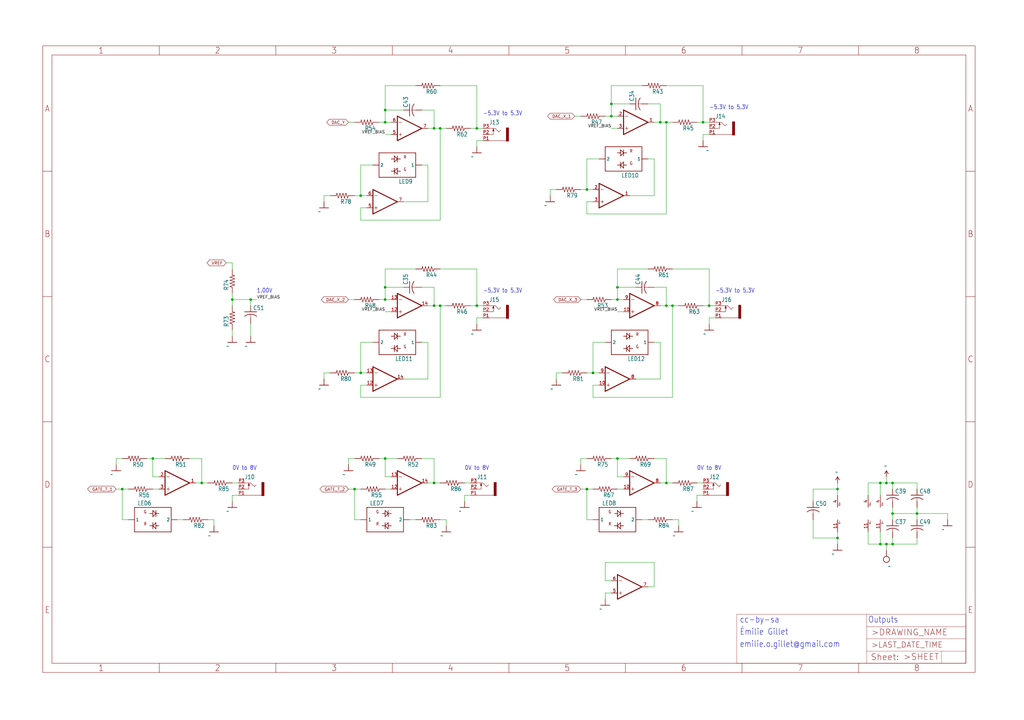
<source format=kicad_sch>
(kicad_sch (version 20211123) (generator eeschema)
  (paper "User" 425.45 299.161)
  (lib_symbols
    (symbol "marbles-eagle-import:A3L-LOC"
      (symbol "A3L-LOC_1_0"
        (polyline (pts (xy 0 52.07) (xy 3.81 52.07)))
        (polyline (pts (xy 0 104.14) (xy 3.81 104.14)))
        (polyline (pts (xy 0 156.21) (xy 3.81 156.21)))
        (polyline (pts (xy 0 208.28) (xy 3.81 208.28)))
        (polyline (pts (xy 3.81 3.81) (xy 3.81 256.54)))
        (polyline (pts (xy 48.4188 0) (xy 48.4188 3.81)))
        (polyline (pts (xy 48.4188 256.54) (xy 48.4188 260.35)))
        (polyline (pts (xy 96.8375 0) (xy 96.8375 3.81)))
        (polyline (pts (xy 96.8375 256.54) (xy 96.8375 260.35)))
        (polyline (pts (xy 145.2563 0) (xy 145.2563 3.81)))
        (polyline (pts (xy 145.2563 256.54) (xy 145.2563 260.35)))
        (polyline (pts (xy 193.675 0) (xy 193.675 3.81)))
        (polyline (pts (xy 193.675 256.54) (xy 193.675 260.35)))
        (polyline (pts (xy 242.0938 0) (xy 242.0938 3.81)))
        (polyline (pts (xy 242.0938 256.54) (xy 242.0938 260.35)))
        (polyline (pts (xy 288.29 3.81) (xy 288.29 24.13)) (stroke (width 0.1016)))
        (polyline (pts (xy 288.29 3.81) (xy 342.265 3.81)) (stroke (width 0.1016)))
        (polyline (pts (xy 288.29 24.13) (xy 342.265 24.13)) (stroke (width 0.1016)))
        (polyline (pts (xy 290.5125 0) (xy 290.5125 3.81)))
        (polyline (pts (xy 290.5125 256.54) (xy 290.5125 260.35)))
        (polyline (pts (xy 338.9313 0) (xy 338.9313 3.81)))
        (polyline (pts (xy 338.9313 256.54) (xy 338.9313 260.35)))
        (polyline (pts (xy 342.265 3.81) (xy 373.38 3.81)) (stroke (width 0.1016)))
        (polyline (pts (xy 342.265 8.89) (xy 342.265 3.81)) (stroke (width 0.1016)))
        (polyline (pts (xy 342.265 8.89) (xy 342.265 13.97)) (stroke (width 0.1016)))
        (polyline (pts (xy 342.265 13.97) (xy 342.265 19.05)) (stroke (width 0.1016)))
        (polyline (pts (xy 342.265 13.97) (xy 383.54 13.97)) (stroke (width 0.1016)))
        (polyline (pts (xy 342.265 19.05) (xy 342.265 24.13)) (stroke (width 0.1016)))
        (polyline (pts (xy 342.265 19.05) (xy 383.54 19.05)) (stroke (width 0.1016)))
        (polyline (pts (xy 342.265 24.13) (xy 383.54 24.13)) (stroke (width 0.1016)))
        (polyline (pts (xy 373.38 3.81) (xy 373.38 8.89)) (stroke (width 0.1016)))
        (polyline (pts (xy 373.38 3.81) (xy 383.54 3.81)) (stroke (width 0.1016)))
        (polyline (pts (xy 373.38 8.89) (xy 342.265 8.89)) (stroke (width 0.1016)))
        (polyline (pts (xy 373.38 8.89) (xy 383.54 8.89)) (stroke (width 0.1016)))
        (polyline (pts (xy 383.54 3.81) (xy 3.81 3.81)))
        (polyline (pts (xy 383.54 3.81) (xy 383.54 8.89)) (stroke (width 0.1016)))
        (polyline (pts (xy 383.54 3.81) (xy 383.54 256.54)))
        (polyline (pts (xy 383.54 8.89) (xy 383.54 13.97)) (stroke (width 0.1016)))
        (polyline (pts (xy 383.54 13.97) (xy 383.54 19.05)) (stroke (width 0.1016)))
        (polyline (pts (xy 383.54 19.05) (xy 383.54 24.13)) (stroke (width 0.1016)))
        (polyline (pts (xy 383.54 52.07) (xy 387.35 52.07)))
        (polyline (pts (xy 383.54 104.14) (xy 387.35 104.14)))
        (polyline (pts (xy 383.54 156.21) (xy 387.35 156.21)))
        (polyline (pts (xy 383.54 208.28) (xy 387.35 208.28)))
        (polyline (pts (xy 383.54 256.54) (xy 3.81 256.54)))
        (polyline (pts (xy 0 0) (xy 387.35 0) (xy 387.35 260.35) (xy 0 260.35) (xy 0 0)))
        (text "1" (at 24.2094 1.905 0) (effects (font (size 2.54 2.286))))
        (text "1" (at 24.2094 258.445 0) (effects (font (size 2.54 2.286))))
        (text "2" (at 72.6281 1.905 0) (effects (font (size 2.54 2.286))))
        (text "2" (at 72.6281 258.445 0) (effects (font (size 2.54 2.286))))
        (text "3" (at 121.0469 1.905 0) (effects (font (size 2.54 2.286))))
        (text "3" (at 121.0469 258.445 0) (effects (font (size 2.54 2.286))))
        (text "4" (at 169.4656 1.905 0) (effects (font (size 2.54 2.286))))
        (text "4" (at 169.4656 258.445 0) (effects (font (size 2.54 2.286))))
        (text "5" (at 217.8844 1.905 0) (effects (font (size 2.54 2.286))))
        (text "5" (at 217.8844 258.445 0) (effects (font (size 2.54 2.286))))
        (text "6" (at 266.3031 1.905 0) (effects (font (size 2.54 2.286))))
        (text "6" (at 266.3031 258.445 0) (effects (font (size 2.54 2.286))))
        (text "7" (at 314.7219 1.905 0) (effects (font (size 2.54 2.286))))
        (text "7" (at 314.7219 258.445 0) (effects (font (size 2.54 2.286))))
        (text "8" (at 363.1406 1.905 0) (effects (font (size 2.54 2.286))))
        (text "8" (at 363.1406 258.445 0) (effects (font (size 2.54 2.286))))
        (text ">DRAWING_NAME" (at 344.17 15.24 0) (effects (font (size 2.54 2.54)) (justify left bottom)))
        (text ">LAST_DATE_TIME" (at 344.17 10.16 0) (effects (font (size 2.286 2.286)) (justify left bottom)))
        (text ">SHEET" (at 357.505 5.08 0) (effects (font (size 2.54 2.54)) (justify left bottom)))
        (text "A" (at 1.905 234.315 0) (effects (font (size 2.54 2.286))))
        (text "A" (at 385.445 234.315 0) (effects (font (size 2.54 2.286))))
        (text "B" (at 1.905 182.245 0) (effects (font (size 2.54 2.286))))
        (text "B" (at 385.445 182.245 0) (effects (font (size 2.54 2.286))))
        (text "C" (at 1.905 130.175 0) (effects (font (size 2.54 2.286))))
        (text "C" (at 385.445 130.175 0) (effects (font (size 2.54 2.286))))
        (text "D" (at 1.905 78.105 0) (effects (font (size 2.54 2.286))))
        (text "D" (at 385.445 78.105 0) (effects (font (size 2.54 2.286))))
        (text "E" (at 1.905 26.035 0) (effects (font (size 2.54 2.286))))
        (text "E" (at 385.445 26.035 0) (effects (font (size 2.54 2.286))))
        (text "Sheet:" (at 343.916 4.953 0) (effects (font (size 2.54 2.54)) (justify left bottom)))
      )
    )
    (symbol "marbles-eagle-import:C-USC0402"
      (property "Reference" "C" (at 1.016 0.635 0))
      (property "Value" "C-USC0402" (at 1.016 -4.191 0))
      (symbol "C-USC0402_1_0"
        (arc (start 0 -1.0161) (mid -1.302 -1.2303) (end -2.4668 -1.8504) (stroke (width 0.254)))
        (polyline (pts (xy -2.54 0) (xy 2.54 0)) (stroke (width 0.254)))
        (polyline (pts (xy 0 -1.016) (xy 0 -2.54)) (stroke (width 0.1524)))
        (arc (start 2.4892 -1.8542) (mid 1.3158 -1.2195) (end 0 -1) (stroke (width 0.254)))
        (pin passive line (at 0 2.54 270) (length 2.54) (name "1") (number "1"))
        (pin passive line (at 0 -5.08 90) (length 2.54) (name "2") (number "2"))
      )
    )
    (symbol "marbles-eagle-import:GND" (power)
      (property "Value" "GND" (at -2.54 -2.54 0))
      (symbol "GND_1_0"
        (polyline (pts (xy -1.905 0) (xy 1.905 0)) (stroke (width 0.254)))
        (pin power_in line (at 0 2.54 270) (length 2.54) (name "GND") (number "1"))
      )
    )
    (symbol "marbles-eagle-import:LED-BICOLOR-SHARED-THROUGHHOLE"
      (property "Value" "LED-BICOLOR-SHARED-THROUGHHOLE" (at -6.35 -7.62 0))
      (symbol "LED-BICOLOR-SHARED-THROUGHHOLE_1_0"
        (polyline (pts (xy -7.62 -5.08) (xy -7.62 5.08)) (stroke (width 0.254)))
        (polyline (pts (xy -7.62 5.08) (xy 7.62 5.08)) (stroke (width 0.254)))
        (polyline (pts (xy 0 -2.54) (xy -1.27 -2.54)) (stroke (width 0.254)))
        (polyline (pts (xy 0 -2.54) (xy 0 -3.81)) (stroke (width 0.254)))
        (polyline (pts (xy 0 -2.54) (xy 1.27 -1.27)) (stroke (width 0.254)))
        (polyline (pts (xy 0 -1.27) (xy 0 -2.54)) (stroke (width 0.254)))
        (polyline (pts (xy 0 1.27) (xy 1.27 2.54)) (stroke (width 0.254)))
        (polyline (pts (xy 0 2.54) (xy -1.27 2.54)) (stroke (width 0.254)))
        (polyline (pts (xy 0 2.54) (xy 0 1.27)) (stroke (width 0.254)))
        (polyline (pts (xy 0 3.81) (xy 0 2.54)) (stroke (width 0.254)))
        (polyline (pts (xy 1.27 -3.81) (xy 0 -2.54)) (stroke (width 0.254)))
        (polyline (pts (xy 1.27 -2.54) (xy 1.27 -3.81)) (stroke (width 0.254)))
        (polyline (pts (xy 1.27 -2.54) (xy 2.54 -2.54)) (stroke (width 0.254)))
        (polyline (pts (xy 1.27 -1.27) (xy 1.27 -2.54)) (stroke (width 0.254)))
        (polyline (pts (xy 1.27 2.54) (xy 0 3.81)) (stroke (width 0.254)))
        (polyline (pts (xy 1.27 2.54) (xy 1.27 1.27)) (stroke (width 0.254)))
        (polyline (pts (xy 1.27 2.54) (xy 2.54 2.54)) (stroke (width 0.254)))
        (polyline (pts (xy 1.27 3.81) (xy 1.27 2.54)) (stroke (width 0.254)))
        (polyline (pts (xy 7.62 -5.08) (xy -7.62 -5.08)) (stroke (width 0.254)))
        (polyline (pts (xy 7.62 5.08) (xy 7.62 -5.08)) (stroke (width 0.254)))
        (text "G" (at -3.81 2.54 0) (effects (font (size 1.27 1.0795)) (justify left bottom)))
        (text "R" (at -3.81 -2.54 0) (effects (font (size 1.27 1.0795)) (justify left bottom)))
        (pin bidirectional line (at -10.16 0 0) (length 2.54) (name "1") (number "1"))
        (pin bidirectional line (at 10.16 0 180) (length 2.54) (name "2") (number "2"))
      )
    )
    (symbol "marbles-eagle-import:PJ301_THONKICONN6"
      (property "Reference" "J" (at -2.54 4.064 0))
      (symbol "PJ301_THONKICONN6_1_0"
        (polyline (pts (xy -2.54 -2.54) (xy 4.572 -2.54)) (stroke (width 0.1524)))
        (polyline (pts (xy -2.54 0) (xy -0.762 0)) (stroke (width 0.1524)))
        (polyline (pts (xy -2.54 2.54) (xy 0 2.54)) (stroke (width 0.1524)))
        (polyline (pts (xy -1.016 1.524) (xy -0.508 1.524)) (stroke (width 0.254)))
        (polyline (pts (xy -0.762 0) (xy -0.762 2.286)) (stroke (width 0.1524)))
        (polyline (pts (xy -0.762 2.286) (xy -1.016 1.524)) (stroke (width 0.254)))
        (polyline (pts (xy -0.508 1.524) (xy -0.762 2.286)) (stroke (width 0.254)))
        (polyline (pts (xy 0 2.54) (xy 1.524 1.016)) (stroke (width 0.1524)))
        (polyline (pts (xy 1.524 1.016) (xy 2.286 1.778)) (stroke (width 0.1524)))
        (rectangle (start 4.572 2.794) (end 5.588 -2.794) (fill (type outline)))
        (pin passive line (at -5.08 -2.54 0) (length 2.54) (name "1") (number "P1"))
        (pin passive line (at -5.08 0 0) (length 2.54) (name "2") (number "P2"))
        (pin passive line (at -5.08 2.54 0) (length 2.54) (name "3") (number "P3"))
      )
    )
    (symbol "marbles-eagle-import:R-US_R0402"
      (property "Reference" "R" (at -3.81 1.4986 0))
      (property "Value" "R-US_R0402" (at -3.81 -3.302 0))
      (symbol "R-US_R0402_1_0"
        (polyline (pts (xy -2.54 0) (xy -2.159 1.016)) (stroke (width 0.2032)))
        (polyline (pts (xy -2.159 1.016) (xy -1.524 -1.016)) (stroke (width 0.2032)))
        (polyline (pts (xy -1.524 -1.016) (xy -0.889 1.016)) (stroke (width 0.2032)))
        (polyline (pts (xy -0.889 1.016) (xy -0.254 -1.016)) (stroke (width 0.2032)))
        (polyline (pts (xy -0.254 -1.016) (xy 0.381 1.016)) (stroke (width 0.2032)))
        (polyline (pts (xy 0.381 1.016) (xy 1.016 -1.016)) (stroke (width 0.2032)))
        (polyline (pts (xy 1.016 -1.016) (xy 1.651 1.016)) (stroke (width 0.2032)))
        (polyline (pts (xy 1.651 1.016) (xy 2.286 -1.016)) (stroke (width 0.2032)))
        (polyline (pts (xy 2.286 -1.016) (xy 2.54 0)) (stroke (width 0.2032)))
        (pin passive line (at -5.08 0 0) (length 2.54) (name "1") (number "1"))
        (pin passive line (at 5.08 0 180) (length 2.54) (name "2") (number "2"))
      )
    )
    (symbol "marbles-eagle-import:R-US_R0603"
      (property "Reference" "R" (at -3.81 1.4986 0))
      (property "Value" "R-US_R0603" (at -3.81 -3.302 0))
      (symbol "R-US_R0603_1_0"
        (polyline (pts (xy -2.54 0) (xy -2.159 1.016)) (stroke (width 0.2032)))
        (polyline (pts (xy -2.159 1.016) (xy -1.524 -1.016)) (stroke (width 0.2032)))
        (polyline (pts (xy -1.524 -1.016) (xy -0.889 1.016)) (stroke (width 0.2032)))
        (polyline (pts (xy -0.889 1.016) (xy -0.254 -1.016)) (stroke (width 0.2032)))
        (polyline (pts (xy -0.254 -1.016) (xy 0.381 1.016)) (stroke (width 0.2032)))
        (polyline (pts (xy 0.381 1.016) (xy 1.016 -1.016)) (stroke (width 0.2032)))
        (polyline (pts (xy 1.016 -1.016) (xy 1.651 1.016)) (stroke (width 0.2032)))
        (polyline (pts (xy 1.651 1.016) (xy 2.286 -1.016)) (stroke (width 0.2032)))
        (polyline (pts (xy 2.286 -1.016) (xy 2.54 0)) (stroke (width 0.2032)))
        (pin passive line (at -5.08 0 0) (length 2.54) (name "1") (number "1"))
        (pin passive line (at 5.08 0 180) (length 2.54) (name "2") (number "2"))
      )
    )
    (symbol "marbles-eagle-import:TL074PW"
      (symbol "TL074PW_1_0"
        (polyline (pts (xy -5.08 -5.08) (xy 5.08 0)) (stroke (width 0.4064)))
        (polyline (pts (xy -5.08 5.08) (xy -5.08 -5.08)) (stroke (width 0.4064)))
        (polyline (pts (xy -4.445 -2.54) (xy -3.175 -2.54)) (stroke (width 0.1524)))
        (polyline (pts (xy -4.445 2.54) (xy -3.175 2.54)) (stroke (width 0.1524)))
        (polyline (pts (xy -3.81 3.175) (xy -3.81 1.905)) (stroke (width 0.1524)))
        (polyline (pts (xy 5.08 0) (xy -5.08 5.08)) (stroke (width 0.4064)))
        (pin output line (at 7.62 0 180) (length 2.54) (name "OUT") (number "1"))
        (pin input line (at -7.62 -2.54 0) (length 2.54) (name "-IN") (number "2"))
        (pin input line (at -7.62 2.54 0) (length 2.54) (name "+IN") (number "3"))
      )
      (symbol "TL074PW_2_0"
        (polyline (pts (xy -5.08 -5.08) (xy 5.08 0)) (stroke (width 0.4064)))
        (polyline (pts (xy -5.08 5.08) (xy -5.08 -5.08)) (stroke (width 0.4064)))
        (polyline (pts (xy -4.445 -2.54) (xy -3.175 -2.54)) (stroke (width 0.1524)))
        (polyline (pts (xy -4.445 2.54) (xy -3.175 2.54)) (stroke (width 0.1524)))
        (polyline (pts (xy -3.81 3.175) (xy -3.81 1.905)) (stroke (width 0.1524)))
        (polyline (pts (xy 5.08 0) (xy -5.08 5.08)) (stroke (width 0.4064)))
        (pin input line (at -7.62 2.54 0) (length 2.54) (name "+IN") (number "5"))
        (pin input line (at -7.62 -2.54 0) (length 2.54) (name "-IN") (number "6"))
        (pin output line (at 7.62 0 180) (length 2.54) (name "OUT") (number "7"))
      )
      (symbol "TL074PW_3_0"
        (polyline (pts (xy -5.08 -5.08) (xy 5.08 0)) (stroke (width 0.4064)))
        (polyline (pts (xy -5.08 5.08) (xy -5.08 -5.08)) (stroke (width 0.4064)))
        (polyline (pts (xy -4.445 -2.54) (xy -3.175 -2.54)) (stroke (width 0.1524)))
        (polyline (pts (xy -4.445 2.54) (xy -3.175 2.54)) (stroke (width 0.1524)))
        (polyline (pts (xy -3.81 3.175) (xy -3.81 1.905)) (stroke (width 0.1524)))
        (polyline (pts (xy 5.08 0) (xy -5.08 5.08)) (stroke (width 0.4064)))
        (pin input line (at -7.62 2.54 0) (length 2.54) (name "+IN") (number "10"))
        (pin output line (at 7.62 0 180) (length 2.54) (name "OUT") (number "8"))
        (pin input line (at -7.62 -2.54 0) (length 2.54) (name "-IN") (number "9"))
      )
      (symbol "TL074PW_4_0"
        (polyline (pts (xy -5.08 -5.08) (xy 5.08 0)) (stroke (width 0.4064)))
        (polyline (pts (xy -5.08 5.08) (xy -5.08 -5.08)) (stroke (width 0.4064)))
        (polyline (pts (xy -4.445 -2.54) (xy -3.175 -2.54)) (stroke (width 0.1524)))
        (polyline (pts (xy -4.445 2.54) (xy -3.175 2.54)) (stroke (width 0.1524)))
        (polyline (pts (xy -3.81 3.175) (xy -3.81 1.905)) (stroke (width 0.1524)))
        (polyline (pts (xy 5.08 0) (xy -5.08 5.08)) (stroke (width 0.4064)))
        (pin input line (at -7.62 2.54 0) (length 2.54) (name "+IN") (number "12"))
        (pin input line (at -7.62 -2.54 0) (length 2.54) (name "-IN") (number "13"))
        (pin output line (at 7.62 0 180) (length 2.54) (name "OUT") (number "14"))
      )
      (symbol "TL074PW_5_0"
        (text "V+" (at 1.27 3.175 900) (effects (font (size 0.8128 0.6908)) (justify left bottom)))
        (text "V-" (at 1.27 -4.445 900) (effects (font (size 0.8128 0.6908)) (justify left bottom)))
        (pin power_in line (at 0 -7.62 90) (length 5.08) (name "V-") (number "11"))
        (pin power_in line (at 0 7.62 270) (length 5.08) (name "V+") (number "4"))
      )
    )
    (symbol "marbles-eagle-import:VCC" (power)
      (property "Value" "VCC" (at -1.016 3.556 0))
      (symbol "VCC_1_0"
        (polyline (pts (xy 0 2.54) (xy -0.762 1.27)) (stroke (width 0.254)))
        (polyline (pts (xy 0.762 1.27) (xy 0 2.54)) (stroke (width 0.254)))
        (pin power_in line (at 0 0 90) (length 2.54) (name "VCC") (number "1"))
      )
    )
    (symbol "marbles-eagle-import:VEE" (power)
      (property "Value" "VEE" (at -1.905 3.175 0))
      (symbol "VEE_1_0"
        (circle (center 0 1.27) (radius 1.27) (stroke (width 0.254)))
        (pin power_in line (at 0 -2.54 90) (length 2.54) (name "VEE") (number "1"))
      )
    )
  )
  (junction (at 276.86 200.66))
  (junction (at 292.1 50.8))
  (junction (at 256.54 119.38))
  (junction (at 160.02 190.5))
  (junction (at 198.12 53.34))
  (junction (at 381 213.36))
  (junction (at 149.86 154.94))
  (junction (at 180.34 53.34))
  (junction (at 147.32 203.2))
  (junction (at 50.8 203.2))
  (junction (at 180.34 127))
  (junction (at 256.54 124.46))
  (junction (at 160.02 50.8))
  (junction (at 274.32 50.8))
  (junction (at 160.02 45.72))
  (junction (at 276.86 127))
  (junction (at 254 43.18))
  (junction (at 347.98 203.2))
  (junction (at 279.4 127))
  (junction (at 368.3 200.66))
  (junction (at 243.84 78.74))
  (junction (at 243.84 203.2))
  (junction (at 370.84 226.06))
  (junction (at 182.88 53.34))
  (junction (at 104.14 124.46))
  (junction (at 96.52 124.46))
  (junction (at 276.86 50.8))
  (junction (at 198.12 127))
  (junction (at 149.86 81.28))
  (junction (at 365.76 226.06))
  (junction (at 365.76 200.66))
  (junction (at 368.3 226.06))
  (junction (at 182.88 127))
  (junction (at 83.82 200.66))
  (junction (at 160.02 124.46))
  (junction (at 370.84 200.66))
  (junction (at 347.98 223.52))
  (junction (at 246.38 154.94))
  (junction (at 254 48.26))
  (junction (at 294.64 127))
  (junction (at 256.54 190.5))
  (junction (at 180.34 200.66))
  (junction (at 370.84 213.36))
  (junction (at 63.5 190.5))
  (junction (at 160.02 119.38))
  (wire (pts (xy 337.82 203.2) (xy 337.82 208.28)))
  (wire (pts (xy 177.8 127) (xy 180.34 127)))
  (wire (pts (xy 147.32 154.94) (xy 149.86 154.94)))
  (wire (pts (xy 160.02 50.8) (xy 160.02 45.72)))
  (wire (pts (xy 160.02 203.2) (xy 162.56 203.2)))
  (wire (pts (xy 162.56 124.46) (xy 160.02 124.46)))
  (wire (pts (xy 66.04 198.12) (xy 63.5 198.12)))
  (wire (pts (xy 175.26 45.72) (xy 180.34 45.72)))
  (wire (pts (xy 200.66 132.08) (xy 198.12 132.08)))
  (wire (pts (xy 160.02 111.76) (xy 172.72 111.76)))
  (wire (pts (xy 368.3 200.66) (xy 368.3 198.12)))
  (wire (pts (xy 134.62 154.94) (xy 134.62 157.48)))
  (wire (pts (xy 63.5 190.5) (xy 60.96 190.5)))
  (wire (pts (xy 149.86 142.24) (xy 149.86 154.94)))
  (wire (pts (xy 269.24 66.04) (xy 271.78 66.04)))
  (wire (pts (xy 180.34 53.34) (xy 182.88 53.34)))
  (wire (pts (xy 147.32 81.28) (xy 149.86 81.28)))
  (wire (pts (xy 347.98 203.2) (xy 347.98 205.74)))
  (wire (pts (xy 180.34 119.38) (xy 180.34 127)))
  (wire (pts (xy 281.94 215.9) (xy 281.94 218.44)))
  (wire (pts (xy 294.64 111.76) (xy 294.64 127)))
  (wire (pts (xy 177.8 53.34) (xy 180.34 53.34)))
  (wire (pts (xy 370.84 210.82) (xy 370.84 213.36)))
  (wire (pts (xy 152.4 160.02) (xy 149.86 160.02)))
  (wire (pts (xy 289.56 205.74) (xy 289.56 208.28)))
  (wire (pts (xy 154.94 68.58) (xy 149.86 68.58)))
  (wire (pts (xy 160.02 190.5) (xy 157.48 190.5)))
  (wire (pts (xy 96.52 121.92) (xy 96.52 124.46)))
  (wire (pts (xy 251.46 142.24) (xy 246.38 142.24)))
  (wire (pts (xy 368.3 226.06) (xy 368.3 228.6)))
  (wire (pts (xy 271.78 50.8) (xy 274.32 50.8)))
  (wire (pts (xy 172.72 35.56) (xy 160.02 35.56)))
  (wire (pts (xy 180.34 45.72) (xy 180.34 53.34)))
  (wire (pts (xy 276.86 119.38) (xy 276.86 127)))
  (wire (pts (xy 198.12 127) (xy 195.58 127)))
  (wire (pts (xy 182.88 53.34) (xy 185.42 53.34)))
  (wire (pts (xy 279.4 127) (xy 279.4 165.1)))
  (wire (pts (xy 292.1 205.74) (xy 289.56 205.74)))
  (wire (pts (xy 381 223.52) (xy 381 226.06)))
  (wire (pts (xy 276.86 127) (xy 279.4 127)))
  (wire (pts (xy 243.84 78.74) (xy 246.38 78.74)))
  (wire (pts (xy 241.3 78.74) (xy 243.84 78.74)))
  (wire (pts (xy 149.86 86.36) (xy 149.86 91.44)))
  (wire (pts (xy 134.62 81.28) (xy 134.62 83.82)))
  (wire (pts (xy 254 124.46) (xy 256.54 124.46)))
  (wire (pts (xy 167.64 119.38) (xy 160.02 119.38)))
  (wire (pts (xy 243.84 124.46) (xy 241.3 124.46)))
  (wire (pts (xy 347.98 203.2) (xy 337.82 203.2)))
  (wire (pts (xy 180.34 200.66) (xy 182.88 200.66)))
  (wire (pts (xy 243.84 203.2) (xy 246.38 203.2)))
  (wire (pts (xy 251.46 241.3) (xy 251.46 233.68)))
  (wire (pts (xy 292.1 35.56) (xy 292.1 50.8)))
  (wire (pts (xy 96.52 124.46) (xy 96.52 127)))
  (wire (pts (xy 246.38 165.1) (xy 279.4 165.1)))
  (wire (pts (xy 144.78 190.5) (xy 144.78 193.04)))
  (wire (pts (xy 160.02 198.12) (xy 160.02 190.5)))
  (wire (pts (xy 254 48.26) (xy 254 43.18)))
  (wire (pts (xy 200.66 58.42) (xy 198.12 58.42)))
  (wire (pts (xy 292.1 55.88) (xy 292.1 58.42)))
  (wire (pts (xy 271.78 233.68) (xy 271.78 243.84)))
  (wire (pts (xy 365.76 200.66) (xy 360.68 200.66)))
  (wire (pts (xy 160.02 119.38) (xy 160.02 111.76)))
  (wire (pts (xy 50.8 203.2) (xy 53.34 203.2)))
  (wire (pts (xy 68.58 190.5) (xy 63.5 190.5)))
  (wire (pts (xy 254 241.3) (xy 251.46 241.3)))
  (wire (pts (xy 195.58 205.74) (xy 193.04 205.74)))
  (wire (pts (xy 360.68 226.06) (xy 365.76 226.06)))
  (wire (pts (xy 53.34 215.9) (xy 50.8 215.9)))
  (wire (pts (xy 147.32 203.2) (xy 144.78 203.2)))
  (wire (pts (xy 231.14 154.94) (xy 231.14 157.48)))
  (wire (pts (xy 198.12 111.76) (xy 198.12 127)))
  (wire (pts (xy 149.86 165.1) (xy 182.88 165.1)))
  (wire (pts (xy 274.32 43.18) (xy 274.32 50.8)))
  (wire (pts (xy 271.78 81.28) (xy 261.62 81.28)))
  (wire (pts (xy 149.86 81.28) (xy 152.4 81.28)))
  (wire (pts (xy 370.84 226.06) (xy 370.84 223.52)))
  (wire (pts (xy 254 246.38) (xy 251.46 246.38)))
  (wire (pts (xy 147.32 124.46) (xy 144.78 124.46)))
  (wire (pts (xy 259.08 203.2) (xy 256.54 203.2)))
  (wire (pts (xy 248.92 160.02) (xy 246.38 160.02)))
  (wire (pts (xy 182.88 35.56) (xy 198.12 35.56)))
  (wire (pts (xy 177.8 83.82) (xy 167.64 83.82)))
  (wire (pts (xy 368.3 200.66) (xy 370.84 200.66)))
  (wire (pts (xy 261.62 190.5) (xy 256.54 190.5)))
  (wire (pts (xy 370.84 213.36) (xy 370.84 215.9)))
  (wire (pts (xy 182.88 127) (xy 185.42 127)))
  (wire (pts (xy 381 200.66) (xy 381 203.2)))
  (wire (pts (xy 381 226.06) (xy 370.84 226.06)))
  (wire (pts (xy 360.68 220.98) (xy 360.68 226.06)))
  (wire (pts (xy 78.74 190.5) (xy 83.82 190.5)))
  (wire (pts (xy 180.34 127) (xy 182.88 127)))
  (wire (pts (xy 96.52 124.46) (xy 104.14 124.46)))
  (wire (pts (xy 182.88 111.76) (xy 198.12 111.76)))
  (wire (pts (xy 271.78 119.38) (xy 276.86 119.38)))
  (wire (pts (xy 271.78 142.24) (xy 274.32 142.24)))
  (wire (pts (xy 198.12 132.08) (xy 198.12 134.62)))
  (wire (pts (xy 289.56 200.66) (xy 292.1 200.66)))
  (wire (pts (xy 160.02 50.8) (xy 157.48 50.8)))
  (wire (pts (xy 157.48 124.46) (xy 160.02 124.46)))
  (wire (pts (xy 251.46 246.38) (xy 251.46 248.92)))
  (wire (pts (xy 149.86 154.94) (xy 152.4 154.94)))
  (wire (pts (xy 182.88 53.34) (xy 182.88 91.44)))
  (wire (pts (xy 243.84 66.04) (xy 243.84 78.74)))
  (wire (pts (xy 256.54 190.5) (xy 254 190.5)))
  (wire (pts (xy 50.8 190.5) (xy 48.26 190.5)))
  (wire (pts (xy 162.56 198.12) (xy 160.02 198.12)))
  (wire (pts (xy 365.76 200.66) (xy 368.3 200.66)))
  (wire (pts (xy 279.4 111.76) (xy 294.64 111.76)))
  (wire (pts (xy 246.38 83.82) (xy 243.84 83.82)))
  (wire (pts (xy 256.54 53.34) (xy 254 53.34)))
  (wire (pts (xy 99.06 205.74) (xy 96.52 205.74)))
  (wire (pts (xy 162.56 50.8) (xy 160.02 50.8)))
  (wire (pts (xy 81.28 200.66) (xy 83.82 200.66)))
  (wire (pts (xy 160.02 45.72) (xy 160.02 35.56)))
  (wire (pts (xy 238.76 48.26) (xy 241.3 48.26)))
  (wire (pts (xy 276.86 50.8) (xy 279.4 50.8)))
  (wire (pts (xy 167.64 45.72) (xy 160.02 45.72)))
  (wire (pts (xy 259.08 129.54) (xy 256.54 129.54)))
  (wire (pts (xy 274.32 142.24) (xy 274.32 157.48)))
  (wire (pts (xy 256.54 119.38) (xy 256.54 111.76)))
  (wire (pts (xy 243.84 190.5) (xy 241.3 190.5)))
  (wire (pts (xy 180.34 190.5) (xy 180.34 200.66)))
  (wire (pts (xy 243.84 154.94) (xy 246.38 154.94)))
  (wire (pts (xy 279.4 127) (xy 281.94 127)))
  (wire (pts (xy 274.32 157.48) (xy 264.16 157.48)))
  (wire (pts (xy 274.32 50.8) (xy 276.86 50.8)))
  (wire (pts (xy 294.64 55.88) (xy 292.1 55.88)))
  (wire (pts (xy 381 215.9) (xy 381 213.36)))
  (wire (pts (xy 381 213.36) (xy 393.7 213.36)))
  (wire (pts (xy 198.12 127) (xy 200.66 127)))
  (wire (pts (xy 147.32 203.2) (xy 149.86 203.2)))
  (wire (pts (xy 137.16 154.94) (xy 134.62 154.94)))
  (wire (pts (xy 337.82 223.52) (xy 347.98 223.52)))
  (wire (pts (xy 365.76 220.98) (xy 365.76 226.06)))
  (wire (pts (xy 365.76 226.06) (xy 368.3 226.06)))
  (wire (pts (xy 50.8 215.9) (xy 50.8 203.2)))
  (wire (pts (xy 381 210.82) (xy 381 213.36)))
  (wire (pts (xy 279.4 215.9) (xy 281.94 215.9)))
  (wire (pts (xy 198.12 53.34) (xy 195.58 53.34)))
  (wire (pts (xy 149.86 160.02) (xy 149.86 165.1)))
  (wire (pts (xy 246.38 154.94) (xy 248.92 154.94)))
  (wire (pts (xy 96.52 109.22) (xy 93.98 109.22)))
  (wire (pts (xy 276.86 200.66) (xy 279.4 200.66)))
  (wire (pts (xy 337.82 215.9) (xy 337.82 223.52)))
  (wire (pts (xy 370.84 200.66) (xy 370.84 203.2)))
  (wire (pts (xy 185.42 215.9) (xy 185.42 218.44)))
  (wire (pts (xy 137.16 81.28) (xy 134.62 81.28)))
  (wire (pts (xy 276.86 190.5) (xy 276.86 200.66)))
  (wire (pts (xy 83.82 200.66) (xy 86.36 200.66)))
  (wire (pts (xy 96.52 137.16) (xy 96.52 139.7)))
  (wire (pts (xy 246.38 215.9) (xy 243.84 215.9)))
  (wire (pts (xy 86.36 215.9) (xy 88.9 215.9)))
  (wire (pts (xy 170.18 215.9) (xy 172.72 215.9)))
  (wire (pts (xy 248.92 66.04) (xy 243.84 66.04)))
  (wire (pts (xy 177.8 68.58) (xy 177.8 83.82)))
  (wire (pts (xy 243.84 203.2) (xy 241.3 203.2)))
  (wire (pts (xy 271.78 243.84) (xy 269.24 243.84)))
  (wire (pts (xy 228.6 78.74) (xy 228.6 81.28)))
  (wire (pts (xy 294.64 127) (xy 297.18 127)))
  (wire (pts (xy 256.54 48.26) (xy 254 48.26)))
  (wire (pts (xy 160.02 124.46) (xy 160.02 119.38)))
  (wire (pts (xy 271.78 66.04) (xy 271.78 81.28)))
  (wire (pts (xy 365.76 205.74) (xy 365.76 200.66)))
  (wire (pts (xy 251.46 233.68) (xy 271.78 233.68)))
  (wire (pts (xy 63.5 198.12) (xy 63.5 190.5)))
  (wire (pts (xy 177.8 142.24) (xy 177.8 157.48)))
  (wire (pts (xy 50.8 203.2) (xy 48.26 203.2)))
  (wire (pts (xy 175.26 142.24) (xy 177.8 142.24)))
  (wire (pts (xy 276.86 50.8) (xy 276.86 88.9)))
  (wire (pts (xy 147.32 50.8) (xy 144.78 50.8)))
  (wire (pts (xy 294.64 132.08) (xy 294.64 134.62)))
  (wire (pts (xy 347.98 200.66) (xy 347.98 203.2)))
  (wire (pts (xy 104.14 124.46) (xy 106.68 124.46)))
  (wire (pts (xy 254 35.56) (xy 266.7 35.56)))
  (wire (pts (xy 256.54 198.12) (xy 256.54 190.5)))
  (wire (pts (xy 261.62 43.18) (xy 254 43.18)))
  (wire (pts (xy 292.1 50.8) (xy 294.64 50.8)))
  (wire (pts (xy 231.14 78.74) (xy 228.6 78.74)))
  (wire (pts (xy 73.66 215.9) (xy 76.2 215.9)))
  (wire (pts (xy 182.88 215.9) (xy 185.42 215.9)))
  (wire (pts (xy 246.38 160.02) (xy 246.38 165.1)))
  (wire (pts (xy 274.32 200.66) (xy 276.86 200.66)))
  (wire (pts (xy 347.98 220.98) (xy 347.98 223.52)))
  (wire (pts (xy 243.84 83.82) (xy 243.84 88.9)))
  (wire (pts (xy 149.86 215.9) (xy 147.32 215.9)))
  (wire (pts (xy 104.14 124.46) (xy 104.14 127)))
  (wire (pts (xy 162.56 129.54) (xy 160.02 129.54)))
  (wire (pts (xy 360.68 200.66) (xy 360.68 205.74)))
  (wire (pts (xy 149.86 68.58) (xy 149.86 81.28)))
  (wire (pts (xy 256.54 111.76) (xy 269.24 111.76)))
  (wire (pts (xy 165.1 190.5) (xy 160.02 190.5)))
  (wire (pts (xy 271.78 190.5) (xy 276.86 190.5)))
  (wire (pts (xy 292.1 50.8) (xy 289.56 50.8)))
  (wire (pts (xy 243.84 88.9) (xy 276.86 88.9)))
  (wire (pts (xy 104.14 134.62) (xy 104.14 139.7)))
  (wire (pts (xy 259.08 124.46) (xy 256.54 124.46)))
  (wire (pts (xy 193.04 200.66) (xy 195.58 200.66)))
  (wire (pts (xy 297.18 132.08) (xy 294.64 132.08)))
  (wire (pts (xy 147.32 215.9) (xy 147.32 203.2)))
  (wire (pts (xy 241.3 190.5) (xy 241.3 193.04)))
  (wire (pts (xy 259.08 198.12) (xy 256.54 198.12)))
  (wire (pts (xy 276.86 35.56) (xy 292.1 35.56)))
  (wire (pts (xy 88.9 215.9) (xy 88.9 218.44)))
  (wire (pts (xy 256.54 124.46) (xy 256.54 119.38)))
  (wire (pts (xy 149.86 91.44) (xy 182.88 91.44)))
  (wire (pts (xy 198.12 35.56) (xy 198.12 53.34)))
  (wire (pts (xy 370.84 200.66) (xy 381 200.66)))
  (wire (pts (xy 175.26 68.58) (xy 177.8 68.58)))
  (wire (pts (xy 154.94 142.24) (xy 149.86 142.24)))
  (wire (pts (xy 175.26 119.38) (xy 180.34 119.38)))
  (wire (pts (xy 254 43.18) (xy 254 35.56)))
  (wire (pts (xy 83.82 190.5) (xy 83.82 200.66)))
  (wire (pts (xy 233.68 154.94) (xy 231.14 154.94)))
  (wire (pts (xy 266.7 215.9) (xy 269.24 215.9)))
  (wire (pts (xy 63.5 203.2) (xy 66.04 203.2)))
  (wire (pts (xy 269.24 43.18) (xy 274.32 43.18)))
  (wire (pts (xy 96.52 205.74) (xy 96.52 208.28)))
  (wire (pts (xy 274.32 127) (xy 276.86 127)))
  (wire (pts (xy 251.46 48.26) (xy 254 48.26)))
  (wire (pts (xy 193.04 205.74) (xy 193.04 208.28)))
  (wire (pts (xy 175.26 190.5) (xy 180.34 190.5)))
  (wire (pts (xy 177.8 200.66) (xy 180.34 200.66)))
  (wire (pts (xy 243.84 215.9) (xy 243.84 203.2)))
  (wire (pts (xy 48.26 190.5) (xy 48.26 193.04)))
  (wire (pts (xy 198.12 58.42) (xy 198.12 60.96)))
  (wire (pts (xy 370.84 213.36) (xy 381 213.36)))
  (wire (pts (xy 177.8 157.48) (xy 167.64 157.48)))
  (wire (pts (xy 294.64 127) (xy 292.1 127)))
  (wire (pts (xy 152.4 86.36) (xy 149.86 86.36)))
  (wire (pts (xy 96.52 200.66) (xy 99.06 200.66)))
  (wire (pts (xy 182.88 127) (xy 182.88 165.1)))
  (wire (pts (xy 162.56 55.88) (xy 160.02 55.88)))
  (wire (pts (xy 347.98 223.52) (xy 347.98 226.06)))
  (wire (pts (xy 147.32 190.5) (xy 144.78 190.5)))
  (wire (pts (xy 393.7 213.36) (xy 393.7 215.9)))
  (wire (pts (xy 264.16 119.38) (xy 256.54 119.38)))
  (wire (pts (xy 96.52 111.76) (xy 96.52 109.22)))
  (wire (pts (xy 198.12 53.34) (xy 200.66 53.34)))
  (wire (pts (xy 368.3 226.06) (xy 370.84 226.06)))
  (wire (pts (xy 246.38 142.24) (xy 246.38 154.94)))
  (text "-5.3V to 5.3V" (at 200.66 121.92 180) (effects (font (size 1.778 1.5113)) (justify left bottom)))
  (text "Émilie Gillet" (at 307.34 264.16 180) (effects (font (size 2.54 2.159)) (justify left bottom)))
  (text "emilie.o.gillet@gmail.com" (at 307.34 269.24 180) (effects (font (size 2.54 2.159)) (justify left bottom)))
  (text "Outputs" (at 360.68 259.08 180) (effects (font (size 2.54 2.159)) (justify left bottom)))
  (text "-5.3V to 5.3V" (at 200.66 48.26 180) (effects (font (size 1.778 1.5113)) (justify left bottom)))
  (text "0V to 8V" (at 96.52 195.58 180) (effects (font (size 1.778 1.5113)) (justify left bottom)))
  (text "-5.3V to 5.3V" (at 294.64 45.72 180) (effects (font (size 1.778 1.5113)) (justify left bottom)))
  (text "cc-by-sa" (at 307.34 259.08 180) (effects (font (size 2.54 2.159)) (justify left bottom)))
  (text "0V to 8V" (at 289.56 195.58 180) (effects (font (size 1.778 1.5113)) (justify left bottom)))
  (text "1.00V" (at 106.68 121.92 180) (effects (font (size 1.778 1.5113)) (justify left bottom)))
  (text "0V to 8V" (at 193.04 195.58 180) (effects (font (size 1.778 1.5113)) (justify left bottom)))
  (text "-5.3V to 5.3V" (at 297.18 121.92 180) (effects (font (size 1.778 1.5113)) (justify left bottom)))
  (label "VREF_BIAS" (at 254 53.34 180) (effects (font (size 1.2446 1.2446))))
  (label "VREF_BIAS" (at 160.02 55.88 180) (effects (font (size 1.2446 1.2446))))
  (label "VREF_BIAS" (at 106.68 124.46 0) (effects (font (size 1.2446 1.2446))))
  (label "VREF_BIAS" (at 160.02 129.54 180) (effects (font (size 1.2446 1.2446))))
  (label "VREF_BIAS" (at 256.54 129.54 180) (effects (font (size 1.2446 1.2446))))
  (global_label "DAC_X_2" (shape bidirectional) (at 144.78 124.46 180) (effects (font (size 1.2446 1.2446))) (property "Intersheet References" "${INTERSHEET_REFS}" (effects hide)))
  (global_label "GATE_T_1" (shape bidirectional) (at 48.26 203.2 180) (effects (font (size 1.2446 1.2446))) (property "Intersheet References" "${INTERSHEET_REFS}" (effects hide)))
  (global_label "DAC_X_1" (shape bidirectional) (at 238.76 48.26 180) (effects (font (size 1.2446 1.2446))) (property "Intersheet References" "${INTERSHEET_REFS}" (effects hide)))
  (global_label "DAC_Y" (shape bidirectional) (at 144.78 50.8 180) (effects (font (size 1.2446 1.2446))) (property "Intersheet References" "${INTERSHEET_REFS}" (effects hide)))
  (global_label "DAC_X_3" (shape bidirectional) (at 241.3 124.46 180) (effects (font (size 1.2446 1.2446))) (property "Intersheet References" "${INTERSHEET_REFS}" (effects hide)))
  (global_label "VREF" (shape bidirectional) (at 93.98 109.22 180) (effects (font (size 1.2446 1.2446))) (property "Intersheet References" "${INTERSHEET_REFS}" (effects hide)))
  (global_label "GATE_T_3" (shape bidirectional) (at 241.3 203.2 180) (effects (font (size 1.2446 1.2446))) (property "Intersheet References" "${INTERSHEET_REFS}" (effects hide)))
  (global_label "GATE_T_2" (shape bidirectional) (at 144.78 203.2 180) (effects (font (size 1.2446 1.2446))) (property "Intersheet References" "${INTERSHEET_REFS}" (effects hide)))
  (symbol (lib_id "marbles-eagle-import:R-US_R0402") (at 271.78 35.56 180) (unit 1)
    (property "Reference" "R43" (at 275.59 37.0586 0) (effects (font (size 1.778 1.5113)) (justify left bottom)))
  )
  (symbol (lib_id "marbles-eagle-import:R-US_R0402") (at 142.24 154.94 180) (unit 1)
    (property "Reference" "R80" (at 146.05 156.4386 0) (effects (font (size 1.778 1.5113)) (justify left bottom)))
  )
  (symbol (lib_id "marbles-eagle-import:TL074PW") (at 170.18 53.34 0) (mirror x) (unit 2)
    (property "Reference" "IC7" (effects hide))
  )
  (symbol (lib_id "marbles-eagle-import:R-US_R0402") (at 177.8 215.9 180) (unit 1)
    (property "Reference" "R83" (at 181.61 217.3986 0) (effects (font (size 1.778 1.5113)) (justify left bottom)))
  )
  (symbol (lib_id "marbles-eagle-import:LED-BICOLOR-SHARED-THROUGHHOLE") (at 165.1 142.24 180) (unit 1)
    (property "Reference" "LED11" (at 171.45 148.082 0) (effects (font (size 1.778 1.5113)) (justify left bottom)))
  )
  (symbol (lib_id "marbles-eagle-import:PJ301_THONKICONN6") (at 205.74 55.88 0) (unit 1)
    (property "Reference" "J13" (at 203.2 51.816 0) (effects (font (size 1.778 1.5113)) (justify left bottom)))
  )
  (symbol (lib_id "marbles-eagle-import:PJ301_THONKICONN6") (at 200.66 203.2 0) (unit 1)
    (property "Reference" "J11" (at 198.12 199.136 0) (effects (font (size 1.778 1.5113)) (justify left bottom)))
  )
  (symbol (lib_id "marbles-eagle-import:R-US_R0603") (at 91.44 200.66 180) (unit 1)
    (property "Reference" "R85" (at 95.25 202.1586 0) (effects (font (size 1.778 1.5113)) (justify left bottom)))
  )
  (symbol (lib_id "marbles-eagle-import:TL074PW") (at 256.54 157.48 0) (mirror x) (unit 3)
    (property "Reference" "IC10" (effects hide))
  )
  (symbol (lib_id "marbles-eagle-import:GND") (at 294.64 137.16 0) (unit 1)
    (property "Reference" "#GND80" (effects hide))
  )
  (symbol (lib_id "marbles-eagle-import:R-US_R0402") (at 96.52 116.84 90) (unit 1)
    (property "Reference" "R74" (at 95.0214 120.65 0) (effects (font (size 1.778 1.5113)) (justify left bottom)))
  )
  (symbol (lib_id "marbles-eagle-import:GND") (at 281.94 220.98 0) (unit 1)
    (property "Reference" "#GND35" (effects hide))
  )
  (symbol (lib_id "marbles-eagle-import:C-USC0402") (at 266.7 119.38 90) (unit 1)
    (property "Reference" "C44" (at 266.065 118.364 0) (effects (font (size 1.778 1.5113)) (justify left bottom)))
  )
  (symbol (lib_id "marbles-eagle-import:R-US_R0402") (at 152.4 190.5 180) (unit 1)
    (property "Reference" "R49" (at 156.21 191.9986 0) (effects (font (size 1.778 1.5113)) (justify left bottom)))
  )
  (symbol (lib_id "marbles-eagle-import:PJ301_THONKICONN6") (at 205.74 129.54 0) (unit 1)
    (property "Reference" "J15" (at 203.2 125.476 0) (effects (font (size 1.778 1.5113)) (justify left bottom)))
  )
  (symbol (lib_id "marbles-eagle-import:C-USC0402") (at 170.18 45.72 90) (unit 1)
    (property "Reference" "C43" (at 169.545 44.704 0) (effects (font (size 1.778 1.5113)) (justify left bottom)))
  )
  (symbol (lib_id "marbles-eagle-import:R-US_R0402") (at 248.92 124.46 180) (unit 1)
    (property "Reference" "R53" (at 252.73 125.9586 0) (effects (font (size 1.778 1.5113)) (justify left bottom)))
  )
  (symbol (lib_id "marbles-eagle-import:TL074PW") (at 360.68 213.36 0) (unit 5)
    (property "Reference" "IC10" (effects hide))
  )
  (symbol (lib_id "marbles-eagle-import:R-US_R0402") (at 152.4 124.46 180) (unit 1)
    (property "Reference" "R48" (at 156.21 125.9586 0) (effects (font (size 1.778 1.5113)) (justify left bottom)))
  )
  (symbol (lib_id "marbles-eagle-import:R-US_R0402") (at 246.38 48.26 180) (unit 1)
    (property "Reference" "R47" (at 250.19 49.7586 0) (effects (font (size 1.778 1.5113)) (justify left bottom)))
  )
  (symbol (lib_id "marbles-eagle-import:GND") (at 88.9 220.98 0) (unit 1)
    (property "Reference" "#GND104" (effects hide))
  )
  (symbol (lib_id "marbles-eagle-import:PJ301_THONKICONN6") (at 302.26 129.54 0) (unit 1)
    (property "Reference" "J16" (at 299.72 125.476 0) (effects (font (size 1.778 1.5113)) (justify left bottom)))
  )
  (symbol (lib_id "marbles-eagle-import:C-USC0402") (at 264.16 43.18 90) (unit 1)
    (property "Reference" "C34" (at 263.525 42.164 0) (effects (font (size 1.778 1.5113)) (justify left bottom)))
  )
  (symbol (lib_id "marbles-eagle-import:GND") (at 96.52 142.24 0) (unit 1)
    (property "Reference" "#GND82" (effects hide))
  )
  (symbol (lib_id "marbles-eagle-import:R-US_R0402") (at 177.8 111.76 180) (unit 1)
    (property "Reference" "R44" (at 181.61 113.2586 0) (effects (font (size 1.778 1.5113)) (justify left bottom)))
  )
  (symbol (lib_id "marbles-eagle-import:R-US_R0402") (at 170.18 190.5 180) (unit 1)
    (property "Reference" "R52" (at 173.99 191.9986 0) (effects (font (size 1.778 1.5113)) (justify left bottom)))
  )
  (symbol (lib_id "marbles-eagle-import:TL074PW") (at 266.7 200.66 0) (mirror x) (unit 3)
    (property "Reference" "IC9" (effects hide))
  )
  (symbol (lib_id "marbles-eagle-import:GND") (at 347.98 228.6 0) (unit 1)
    (property "Reference" "#GND92" (effects hide))
  )
  (symbol (lib_id "marbles-eagle-import:R-US_R0402") (at 142.24 81.28 180) (unit 1)
    (property "Reference" "R78" (at 146.05 82.7786 0) (effects (font (size 1.778 1.5113)) (justify left bottom)))
  )
  (symbol (lib_id "marbles-eagle-import:R-US_R0603") (at 190.5 127 180) (unit 1)
    (property "Reference" "R46" (at 194.31 128.4986 0) (effects (font (size 1.778 1.5113)) (justify left bottom)))
  )
  (symbol (lib_id "marbles-eagle-import:R-US_R0402") (at 154.94 203.2 180) (unit 1)
    (property "Reference" "R55" (at 158.75 204.6986 0) (effects (font (size 1.778 1.5113)) (justify left bottom)))
  )
  (symbol (lib_id "marbles-eagle-import:PJ301_THONKICONN6") (at 297.18 203.2 0) (unit 1)
    (property "Reference" "J12" (at 294.64 199.136 0) (effects (font (size 1.778 1.5113)) (justify left bottom)))
  )
  (symbol (lib_id "marbles-eagle-import:R-US_R0402") (at 177.8 35.56 180) (unit 1)
    (property "Reference" "R60" (at 181.61 37.0586 0) (effects (font (size 1.778 1.5113)) (justify left bottom)))
  )
  (symbol (lib_id "marbles-eagle-import:LED-BICOLOR-SHARED-THROUGHHOLE") (at 160.02 215.9 0) (unit 1)
    (property "Reference" "LED7" (at 153.67 210.058 0) (effects (font (size 1.778 1.5113)) (justify left bottom)))
  )
  (symbol (lib_id "marbles-eagle-import:PJ301_THONKICONN6") (at 299.72 53.34 0) (unit 1)
    (property "Reference" "J14" (at 297.18 49.276 0) (effects (font (size 1.778 1.5113)) (justify left bottom)))
  )
  (symbol (lib_id "marbles-eagle-import:TL074PW") (at 347.98 213.36 0) (unit 5)
    (property "Reference" "IC9" (effects hide))
  )
  (symbol (lib_id "marbles-eagle-import:R-US_R0603") (at 190.5 53.34 180) (unit 1)
    (property "Reference" "R62" (at 194.31 54.8386 0) (effects (font (size 1.778 1.5113)) (justify left bottom)))
  )
  (symbol (lib_id "marbles-eagle-import:GND") (at 96.52 210.82 0) (unit 1)
    (property "Reference" "#GND84" (effects hide))
  )
  (symbol (lib_id "marbles-eagle-import:R-US_R0603") (at 284.48 50.8 180) (unit 1)
    (property "Reference" "R45" (at 288.29 52.2986 0) (effects (font (size 1.778 1.5113)) (justify left bottom)))
  )
  (symbol (lib_id "marbles-eagle-import:PJ301_THONKICONN6") (at 104.14 203.2 0) (unit 1)
    (property "Reference" "J10" (at 101.6 199.136 0) (effects (font (size 1.778 1.5113)) (justify left bottom)))
  )
  (symbol (lib_id "marbles-eagle-import:C-USC0402") (at 370.84 205.74 0) (unit 1)
    (property "Reference" "C39" (at 371.856 205.105 0) (effects (font (size 1.778 1.5113)) (justify left bottom)))
  )
  (symbol (lib_id "marbles-eagle-import:GND") (at 193.04 210.82 0) (unit 1)
    (property "Reference" "#GND46" (effects hide))
  )
  (symbol (lib_id "marbles-eagle-import:C-USC0402") (at 381 218.44 0) (unit 1)
    (property "Reference" "C49" (at 382.016 217.805 0) (effects (font (size 1.778 1.5113)) (justify left bottom)))
  )
  (symbol (lib_id "marbles-eagle-import:GND") (at 134.62 86.36 0) (unit 1)
    (property "Reference" "#GND45" (effects hide))
  )
  (symbol (lib_id "marbles-eagle-import:R-US_R0402") (at 274.32 215.9 180) (unit 1)
    (property "Reference" "R84" (at 278.13 217.3986 0) (effects (font (size 1.778 1.5113)) (justify left bottom)))
  )
  (symbol (lib_id "marbles-eagle-import:R-US_R0402") (at 81.28 215.9 180) (unit 1)
    (property "Reference" "R82" (at 85.09 217.3986 0) (effects (font (size 1.778 1.5113)) (justify left bottom)))
  )
  (symbol (lib_id "marbles-eagle-import:TL074PW") (at 266.7 127 0) (mirror x) (unit 3)
    (property "Reference" "IC7" (effects hide))
  )
  (symbol (lib_id "marbles-eagle-import:GND") (at 198.12 63.5 0) (unit 1)
    (property "Reference" "#GND39" (effects hide))
  )
  (symbol (lib_id "marbles-eagle-import:LED-BICOLOR-SHARED-THROUGHHOLE") (at 259.08 66.04 180) (unit 1)
    (property "Reference" "LED10" (at 265.43 71.882 0) (effects (font (size 1.778 1.5113)) (justify left bottom)))
  )
  (symbol (lib_id "marbles-eagle-import:TL074PW") (at 264.16 50.8 0) (mirror x) (unit 1)
    (property "Reference" "IC7" (effects hide))
  )
  (symbol (lib_id "marbles-eagle-import:GND") (at 292.1 60.96 0) (mirror y) (unit 1)
    (property "Reference" "#GND38" (effects hide))
  )
  (symbol (lib_id "marbles-eagle-import:TL074PW") (at 170.18 127 0) (mirror x) (unit 4)
    (property "Reference" "IC7" (effects hide))
  )
  (symbol (lib_id "marbles-eagle-import:R-US_R0603") (at 287.02 127 180) (unit 1)
    (property "Reference" "R63" (at 290.83 128.4986 0) (effects (font (size 1.778 1.5113)) (justify left bottom)))
  )
  (symbol (lib_id "marbles-eagle-import:GND") (at 185.42 220.98 0) (unit 1)
    (property "Reference" "#GND34" (effects hide))
  )
  (symbol (lib_id "marbles-eagle-import:C-USC0402") (at 170.18 119.38 90) (unit 1)
    (property "Reference" "C35" (at 169.545 118.364 0) (effects (font (size 1.778 1.5113)) (justify left bottom)))
  )
  (symbol (lib_id "marbles-eagle-import:GND") (at 289.56 210.82 0) (unit 1)
    (property "Reference" "#GND48" (effects hide))
  )
  (symbol (lib_id "marbles-eagle-import:LED-BICOLOR-SHARED-THROUGHHOLE") (at 63.5 215.9 0) (unit 1)
    (property "Reference" "LED6" (at 57.15 210.058 0) (effects (font (size 1.778 1.5113)) (justify left bottom)))
  )
  (symbol (lib_id "marbles-eagle-import:C-USC0402") (at 104.14 129.54 0) (unit 1)
    (property "Reference" "C51" (at 105.156 128.905 0) (effects (font (size 1.778 1.5113)) (justify left bottom)))
  )
  (symbol (lib_id "marbles-eagle-import:TL074PW") (at 73.66 200.66 0) (mirror x) (unit 1)
    (property "Reference" "IC9" (effects hide))
  )
  (symbol (lib_id "marbles-eagle-import:TL074PW") (at 170.18 200.66 0) (mirror x) (unit 4)
    (property "Reference" "IC9" (effects hide))
  )
  (symbol (lib_id "marbles-eagle-import:R-US_R0603") (at 187.96 200.66 180) (unit 1)
    (property "Reference" "R86" (at 191.77 202.1586 0) (effects (font (size 1.778 1.5113)) (justify left bottom)))
  )
  (symbol (lib_id "marbles-eagle-import:R-US_R0402") (at 152.4 50.8 180) (unit 1)
    (property "Reference" "R54" (at 156.21 52.2986 0) (effects (font (size 1.778 1.5113)) (justify left bottom)))
  )
  (symbol (lib_id "marbles-eagle-import:C-USC0402") (at 381 205.74 0) (unit 1)
    (property "Reference" "C48" (at 382.016 205.105 0) (effects (font (size 1.778 1.5113)) (justify left bottom)))
  )
  (symbol (lib_id "marbles-eagle-import:R-US_R0402") (at 266.7 190.5 180) (unit 1)
    (property "Reference" "R69" (at 270.51 191.9986 0) (effects (font (size 1.778 1.5113)) (justify left bottom)))
  )
  (symbol (lib_id "marbles-eagle-import:GND") (at 104.14 142.24 0) (unit 1)
    (property "Reference" "#GND42" (effects hide))
  )
  (symbol (lib_id "marbles-eagle-import:R-US_R0402") (at 58.42 203.2 180) (unit 1)
    (property "Reference" "R56" (at 62.23 204.6986 0) (effects (font (size 1.778 1.5113)) (justify left bottom)))
  )
  (symbol (lib_id "marbles-eagle-import:TL074PW") (at 261.62 243.84 0) (mirror x) (unit 2)
    (property "Reference" "IC9" (effects hide))
  )
  (symbol (lib_id "marbles-eagle-import:TL074PW") (at 160.02 157.48 0) (mirror x) (unit 4)
    (property "Reference" "IC10" (effects hide))
  )
  (symbol (lib_id "marbles-eagle-import:R-US_R0603") (at 284.48 200.66 180) (unit 1)
    (property "Reference" "R87" (at 288.29 202.1586 0) (effects (font (size 1.778 1.5113)) (justify left bottom)))
  )
  (symbol (lib_id "marbles-eagle-import:C-USC0402") (at 337.82 210.82 0) (unit 1)
    (property "Reference" "C50" (at 338.836 210.185 0) (effects (font (size 1.778 1.5113)) (justify left bottom)))
  )
  (symbol (lib_id "marbles-eagle-import:GND") (at 241.3 195.58 0) (unit 1)
    (property "Reference" "#GND54" (effects hide))
  )
  (symbol (lib_id "marbles-eagle-import:GND") (at 144.78 195.58 0) (unit 1)
    (property "Reference" "#GND47" (effects hide))
  )
  (symbol (lib_id "marbles-eagle-import:R-US_R0402") (at 73.66 190.5 180) (unit 1)
    (property "Reference" "R51" (at 77.47 191.9986 0) (effects (font (size 1.778 1.5113)) (justify left bottom)))
  )
  (symbol (lib_id "marbles-eagle-import:VEE") (at 368.3 231.14 180) (unit 1)
    (property "Reference" "#SUPPLY4" (effects hide))
  )
  (symbol (lib_id "marbles-eagle-import:LED-BICOLOR-SHARED-THROUGHHOLE") (at 256.54 215.9 0) (unit 1)
    (property "Reference" "LED8" (at 250.19 210.058 0) (effects (font (size 1.778 1.5113)) (justify left bottom)))
  )
  (symbol (lib_id "marbles-eagle-import:C-USC0402") (at 370.84 218.44 0) (unit 1)
    (property "Reference" "C37" (at 371.856 217.805 0) (effects (font (size 1.778 1.5113)) (justify left bottom)))
  )
  (symbol (lib_id "marbles-eagle-import:R-US_R0402") (at 236.22 78.74 180) (unit 1)
    (property "Reference" "R79" (at 240.03 80.2386 0) (effects (font (size 1.778 1.5113)) (justify left bottom)))
  )
  (symbol (lib_id "marbles-eagle-import:GND") (at 251.46 251.46 0) (unit 1)
    (property "Reference" "#GND106" (effects hide))
  )
  (symbol (lib_id "marbles-eagle-import:R-US_R0402") (at 238.76 154.94 180) (unit 1)
    (property "Reference" "R81" (at 242.57 156.4386 0) (effects (font (size 1.778 1.5113)) (justify left bottom)))
  )
  (symbol (lib_id "marbles-eagle-import:R-US_R0402") (at 96.52 132.08 90) (unit 1)
    (property "Reference" "R73" (at 95.0214 135.89 0) (effects (font (size 1.778 1.5113)) (justify left bottom)))
  )
  (symbol (lib_id "marbles-eagle-import:LED-BICOLOR-SHARED-THROUGHHOLE") (at 165.1 68.58 180) (unit 1)
    (property "Reference" "LED9" (at 171.45 74.422 0) (effects (font (size 1.778 1.5113)) (justify left bottom)))
  )
  (symbol (lib_id "marbles-eagle-import:LED-BICOLOR-SHARED-THROUGHHOLE") (at 261.62 142.24 180) (unit 1)
    (property "Reference" "LED12" (at 267.97 148.082 0) (effects (font (size 1.778 1.5113)) (justify left bottom)))
  )
  (symbol (lib_id "marbles-eagle-import:GND") (at 134.62 160.02 0) (unit 1)
    (property "Reference" "#GND59" (effects hide))
  )
  (symbol (lib_id "marbles-eagle-import:R-US_R0402") (at 248.92 190.5 180) (unit 1)
    (property "Reference" "R75" (at 252.73 191.9986 0) (effects (font (size 1.778 1.5113)) (justify left bottom)))
  )
  (symbol (lib_id "marbles-eagle-import:GND") (at 231.14 160.02 0) (unit 1)
    (property "Reference" "#GND71" (effects hide))
  )
  (symbol (lib_id "marbles-eagle-import:GND") (at 228.6 83.82 0) (unit 1)
    (property "Reference" "#GND58" (effects hide))
  )
  (symbol (lib_id "marbles-eagle-import:TL074PW") (at 365.76 213.36 0) (unit 5)
    (property "Reference" "IC7" (effects hide))
  )
  (symbol (lib_id "marbles-eagle-import:GND") (at 393.7 218.44 0) (unit 1)
    (property "Reference" "#GND60" (effects hide))
  )
  (symbol (lib_id "marbles-eagle-import:R-US_R0402") (at 251.46 203.2 180) (unit 1)
    (property "Reference" "R67" (at 255.27 204.6986 0) (effects (font (size 1.778 1.5113)) (justify left bottom)))
  )
  (symbol (lib_id "marbles-eagle-import:GND") (at 198.12 137.16 0) (unit 1)
    (property "Reference" "#GND81" (effects hide))
  )
  (symbol (lib_id "marbles-eagle-import:TL074PW") (at 160.02 83.82 0) (mirror x) (unit 2)
    (property "Reference" "IC10" (effects hide))
  )
  (symbol (lib_id "marbles-eagle-import:R-US_R0402") (at 274.32 111.76 180) (unit 1)
    (property "Reference" "R61" (at 278.13 113.2586 0) (effects (font (size 1.778 1.5113)) (justify left bottom)))
  )
  (symbol (lib_id "marbles-eagle-import:A3L-LOC") (at 17.78 279.4 0) (unit 1)
    (property "Reference" "#FRAME1" (effects hide))
  )
  (symbol (lib_id "marbles-eagle-import:TL074PW") (at 254 81.28 0) (mirror x) (unit 1)
    (property "Reference" "IC10" (effects hide))
  )
  (symbol (lib_id "marbles-eagle-import:GND") (at 48.26 195.58 0) (unit 1)
    (property "Reference" "#GND103" (effects hide))
  )
  (symbol (lib_id "marbles-eagle-import:R-US_R0402") (at 55.88 190.5 180) (unit 1)
    (property "Reference" "R50" (at 59.69 191.9986 0) (effects (font (size 1.778 1.5113)) (justify left bottom)))
  )
  (symbol (lib_id "marbles-eagle-import:VCC") (at 368.3 198.12 0) (unit 1)
    (property "Reference" "#P+5" (effects hide))
  )
  (symbol (lib_id "marbles-eagle-import:VCC") (at 347.98 200.66 0) (unit 1)
    (property "Reference" "#P+1" (effects hide))
  )
)
</source>
